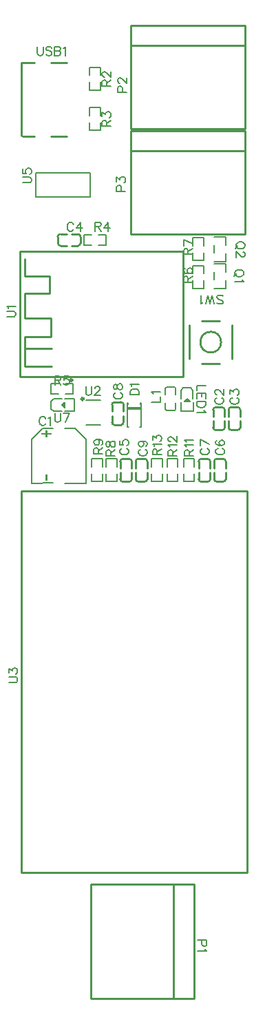
<source format=gto>
G04 Layer: TopSilkscreenLayer*
G04 EasyEDA v6.5.47, 2024-12-16 18:16:38*
G04 268b8e850bac467aae997c2779a4d6d9,381f0eae51a44e099b53e3fe18832c3b,10*
G04 Gerber Generator version 0.2*
G04 Scale: 100 percent, Rotated: No, Reflected: No *
G04 Dimensions in millimeters *
G04 leading zeros omitted , absolute positions ,4 integer and 5 decimal *
%FSLAX45Y45*%
%MOMM*%

%ADD10C,0.1524*%
%ADD11C,0.2540*%
%ADD12C,0.1520*%
%ADD13C,0.1500*%
%ADD14C,0.1520*%
%ADD15C,0.3000*%
%ADD16C,0.0130*%

%LPD*%
D10*
X1017778Y7239508D02*
G01*
X1012444Y7249921D01*
X1002029Y7260336D01*
X991870Y7265415D01*
X971042Y7265415D01*
X960628Y7260336D01*
X950213Y7249921D01*
X944879Y7239508D01*
X939800Y7223760D01*
X939800Y7197852D01*
X944879Y7182358D01*
X950213Y7171944D01*
X960628Y7161529D01*
X971042Y7156450D01*
X991870Y7156450D01*
X1002029Y7161529D01*
X1012444Y7171944D01*
X1017778Y7182358D01*
X1052068Y7244587D02*
G01*
X1062481Y7249921D01*
X1077976Y7265415D01*
X1077976Y7156450D01*
X3123691Y7494778D02*
G01*
X3113277Y7489444D01*
X3102863Y7479029D01*
X3097784Y7468870D01*
X3097784Y7448042D01*
X3102863Y7437628D01*
X3113277Y7427213D01*
X3123691Y7421879D01*
X3139440Y7416800D01*
X3165347Y7416800D01*
X3180841Y7421879D01*
X3191256Y7427213D01*
X3201670Y7437628D01*
X3206750Y7448042D01*
X3206750Y7468870D01*
X3201670Y7479029D01*
X3191256Y7489444D01*
X3180841Y7494778D01*
X3123691Y7534147D02*
G01*
X3118611Y7534147D01*
X3108197Y7539481D01*
X3102863Y7544562D01*
X3097784Y7554976D01*
X3097784Y7575804D01*
X3102863Y7586218D01*
X3108197Y7591297D01*
X3118611Y7596631D01*
X3129025Y7596631D01*
X3139440Y7591297D01*
X3154934Y7580884D01*
X3206750Y7529068D01*
X3206750Y7601712D01*
X3314191Y7494778D02*
G01*
X3303777Y7489444D01*
X3293363Y7479029D01*
X3288284Y7468870D01*
X3288284Y7448042D01*
X3293363Y7437628D01*
X3303777Y7427213D01*
X3314191Y7421879D01*
X3329940Y7416800D01*
X3355847Y7416800D01*
X3371341Y7421879D01*
X3381756Y7427213D01*
X3392170Y7437628D01*
X3397250Y7448042D01*
X3397250Y7468870D01*
X3392170Y7479029D01*
X3381756Y7489444D01*
X3371341Y7494778D01*
X3288284Y7539481D02*
G01*
X3288284Y7596631D01*
X3329940Y7565389D01*
X3329940Y7580884D01*
X3335020Y7591297D01*
X3340100Y7596631D01*
X3355847Y7601712D01*
X3366261Y7601712D01*
X3381756Y7596631D01*
X3392170Y7586218D01*
X3397250Y7570470D01*
X3397250Y7554976D01*
X3392170Y7539481D01*
X3387090Y7534147D01*
X3376675Y7529068D01*
X1360678Y9627108D02*
G01*
X1355344Y9637521D01*
X1344929Y9647936D01*
X1334770Y9653015D01*
X1313942Y9653015D01*
X1303528Y9647936D01*
X1293113Y9637521D01*
X1287779Y9627108D01*
X1282700Y9611360D01*
X1282700Y9585452D01*
X1287779Y9569958D01*
X1293113Y9559544D01*
X1303528Y9549129D01*
X1313942Y9544050D01*
X1334770Y9544050D01*
X1344929Y9549129D01*
X1355344Y9559544D01*
X1360678Y9569958D01*
X1446784Y9653015D02*
G01*
X1394968Y9580371D01*
X1472945Y9580371D01*
X1446784Y9653015D02*
G01*
X1446784Y9544050D01*
X1955291Y6872478D02*
G01*
X1944877Y6867144D01*
X1934463Y6856729D01*
X1929384Y6846570D01*
X1929384Y6825742D01*
X1934463Y6815328D01*
X1944877Y6804913D01*
X1955291Y6799579D01*
X1971040Y6794500D01*
X1996947Y6794500D01*
X2012441Y6799579D01*
X2022856Y6804913D01*
X2033270Y6815328D01*
X2038350Y6825742D01*
X2038350Y6846570D01*
X2033270Y6856729D01*
X2022856Y6867144D01*
X2012441Y6872478D01*
X1929384Y6968997D02*
G01*
X1929384Y6917181D01*
X1976120Y6911847D01*
X1971040Y6917181D01*
X1965706Y6932676D01*
X1965706Y6948170D01*
X1971040Y6963918D01*
X1981200Y6974331D01*
X1996947Y6979412D01*
X2007361Y6979412D01*
X2022856Y6974331D01*
X2033270Y6963918D01*
X2038350Y6948170D01*
X2038350Y6932676D01*
X2033270Y6917181D01*
X2028190Y6911847D01*
X2017775Y6906768D01*
X3136391Y6872478D02*
G01*
X3125977Y6867144D01*
X3115563Y6856729D01*
X3110484Y6846570D01*
X3110484Y6825742D01*
X3115563Y6815328D01*
X3125977Y6804913D01*
X3136391Y6799579D01*
X3152140Y6794500D01*
X3178047Y6794500D01*
X3193541Y6799579D01*
X3203956Y6804913D01*
X3214370Y6815328D01*
X3219450Y6825742D01*
X3219450Y6846570D01*
X3214370Y6856729D01*
X3203956Y6867144D01*
X3193541Y6872478D01*
X3125977Y6968997D02*
G01*
X3115563Y6963918D01*
X3110484Y6948170D01*
X3110484Y6938010D01*
X3115563Y6922262D01*
X3131311Y6911847D01*
X3157220Y6906768D01*
X3183127Y6906768D01*
X3203956Y6911847D01*
X3214370Y6922262D01*
X3219450Y6938010D01*
X3219450Y6943089D01*
X3214370Y6958584D01*
X3203956Y6968997D01*
X3188461Y6974331D01*
X3183127Y6974331D01*
X3167634Y6968997D01*
X3157220Y6958584D01*
X3152140Y6943089D01*
X3152140Y6938010D01*
X3157220Y6922262D01*
X3167634Y6911847D01*
X3183127Y6906768D01*
X2945891Y6872478D02*
G01*
X2935477Y6867144D01*
X2925063Y6856729D01*
X2919984Y6846570D01*
X2919984Y6825742D01*
X2925063Y6815328D01*
X2935477Y6804913D01*
X2945891Y6799579D01*
X2961640Y6794500D01*
X2987547Y6794500D01*
X3003041Y6799579D01*
X3013456Y6804913D01*
X3023870Y6815328D01*
X3028950Y6825742D01*
X3028950Y6846570D01*
X3023870Y6856729D01*
X3013456Y6867144D01*
X3003041Y6872478D01*
X2919984Y6979412D02*
G01*
X3028950Y6927595D01*
X2919984Y6906768D02*
G01*
X2919984Y6979412D01*
X1879092Y7558278D02*
G01*
X1868678Y7552944D01*
X1858263Y7542529D01*
X1853184Y7532370D01*
X1853184Y7511542D01*
X1858263Y7501128D01*
X1868678Y7490713D01*
X1879092Y7485379D01*
X1894839Y7480300D01*
X1920747Y7480300D01*
X1936241Y7485379D01*
X1946656Y7490713D01*
X1957070Y7501128D01*
X1962150Y7511542D01*
X1962150Y7532370D01*
X1957070Y7542529D01*
X1946656Y7552944D01*
X1936241Y7558278D01*
X1853184Y7618476D02*
G01*
X1858263Y7602981D01*
X1868678Y7597647D01*
X1879092Y7597647D01*
X1889505Y7602981D01*
X1894839Y7613395D01*
X1899920Y7633970D01*
X1905000Y7649718D01*
X1915413Y7660131D01*
X1925828Y7665212D01*
X1941575Y7665212D01*
X1951990Y7660131D01*
X1957070Y7654797D01*
X1962150Y7639304D01*
X1962150Y7618476D01*
X1957070Y7602981D01*
X1951990Y7597647D01*
X1941575Y7592568D01*
X1925828Y7592568D01*
X1915413Y7597647D01*
X1905000Y7608062D01*
X1899920Y7623810D01*
X1894839Y7644384D01*
X1889505Y7654797D01*
X1879092Y7660131D01*
X1868678Y7660131D01*
X1858263Y7654797D01*
X1853184Y7639304D01*
X1853184Y7618476D01*
X2183891Y6859778D02*
G01*
X2173477Y6854444D01*
X2163063Y6844029D01*
X2157984Y6833870D01*
X2157984Y6813042D01*
X2163063Y6802628D01*
X2173477Y6792213D01*
X2183891Y6786879D01*
X2199640Y6781800D01*
X2225547Y6781800D01*
X2241041Y6786879D01*
X2251456Y6792213D01*
X2261870Y6802628D01*
X2266950Y6813042D01*
X2266950Y6833870D01*
X2261870Y6844029D01*
X2251456Y6854444D01*
X2241041Y6859778D01*
X2194306Y6961631D02*
G01*
X2209800Y6956297D01*
X2220213Y6945884D01*
X2225547Y6930389D01*
X2225547Y6925310D01*
X2220213Y6909562D01*
X2209800Y6899147D01*
X2194306Y6894068D01*
X2189225Y6894068D01*
X2173477Y6899147D01*
X2163063Y6909562D01*
X2157984Y6925310D01*
X2157984Y6930389D01*
X2163063Y6945884D01*
X2173477Y6956297D01*
X2194306Y6961631D01*
X2220213Y6961631D01*
X2246375Y6956297D01*
X2261870Y6945884D01*
X2266950Y6930389D01*
X2266950Y6919976D01*
X2261870Y6904481D01*
X2251456Y6899147D01*
X2056384Y7531100D02*
G01*
X2165350Y7531100D01*
X2056384Y7531100D02*
G01*
X2056384Y7567421D01*
X2061463Y7583170D01*
X2071877Y7593329D01*
X2082291Y7598663D01*
X2098040Y7603744D01*
X2123947Y7603744D01*
X2139441Y7598663D01*
X2149856Y7593329D01*
X2160270Y7583170D01*
X2165350Y7567421D01*
X2165350Y7531100D01*
X2077211Y7638034D02*
G01*
X2071877Y7648447D01*
X2056384Y7664195D01*
X2165350Y7664195D01*
X2998215Y825500D02*
G01*
X2889250Y825500D01*
X2998215Y825500D02*
G01*
X2998215Y778763D01*
X2993136Y763270D01*
X2987802Y757936D01*
X2977388Y752855D01*
X2961893Y752855D01*
X2951479Y757936D01*
X2946400Y763270D01*
X2941065Y778763D01*
X2941065Y825500D01*
X2977388Y718565D02*
G01*
X2982722Y708152D01*
X2998215Y692404D01*
X2889250Y692404D01*
X1903984Y11252200D02*
G01*
X2012950Y11252200D01*
X1903984Y11252200D02*
G01*
X1903984Y11298936D01*
X1909063Y11314429D01*
X1914397Y11319763D01*
X1924812Y11324844D01*
X1940306Y11324844D01*
X1950720Y11319763D01*
X1955800Y11314429D01*
X1961134Y11298936D01*
X1961134Y11252200D01*
X1929892Y11364468D02*
G01*
X1924812Y11364468D01*
X1914397Y11369547D01*
X1909063Y11374881D01*
X1903984Y11385295D01*
X1903984Y11405870D01*
X1909063Y11416284D01*
X1914397Y11421618D01*
X1924812Y11426697D01*
X1935225Y11426697D01*
X1945640Y11421618D01*
X1961134Y11411204D01*
X2012950Y11359134D01*
X2012950Y11432031D01*
X1891284Y10033000D02*
G01*
X2000250Y10033000D01*
X1891284Y10033000D02*
G01*
X1891284Y10079736D01*
X1896363Y10095229D01*
X1901697Y10100563D01*
X1912112Y10105644D01*
X1927605Y10105644D01*
X1938020Y10100563D01*
X1943100Y10095229D01*
X1948434Y10079736D01*
X1948434Y10033000D01*
X1891284Y10150347D02*
G01*
X1891284Y10207497D01*
X1932940Y10176510D01*
X1932940Y10192004D01*
X1938020Y10202418D01*
X1943100Y10207497D01*
X1958847Y10212831D01*
X1969261Y10212831D01*
X1984756Y10207497D01*
X1995170Y10197084D01*
X2000250Y10181589D01*
X2000250Y10166095D01*
X1995170Y10150347D01*
X1990090Y10145268D01*
X1979675Y10139934D01*
X3455415Y9036558D02*
G01*
X3450336Y9046971D01*
X3439922Y9057386D01*
X3429508Y9062720D01*
X3413759Y9067800D01*
X3387852Y9067800D01*
X3372358Y9062720D01*
X3361943Y9057386D01*
X3351529Y9046971D01*
X3346450Y9036558D01*
X3346450Y9015729D01*
X3351529Y9005570D01*
X3361943Y8995155D01*
X3372358Y8989821D01*
X3387852Y8984742D01*
X3413759Y8984742D01*
X3429508Y8989821D01*
X3439922Y8995155D01*
X3450336Y9005570D01*
X3455415Y9015729D01*
X3455415Y9036558D01*
X3367024Y9021063D02*
G01*
X3336036Y8989821D01*
X3434588Y8950452D02*
G01*
X3439922Y8940037D01*
X3455415Y8924289D01*
X3346450Y8924289D01*
X3468115Y9379458D02*
G01*
X3463036Y9389871D01*
X3452622Y9400286D01*
X3442208Y9405620D01*
X3426459Y9410700D01*
X3400552Y9410700D01*
X3385058Y9405620D01*
X3374643Y9400286D01*
X3364229Y9389871D01*
X3359150Y9379458D01*
X3359150Y9358629D01*
X3364229Y9348470D01*
X3374643Y9338055D01*
X3385058Y9332721D01*
X3400552Y9327642D01*
X3426459Y9327642D01*
X3442208Y9332721D01*
X3452622Y9338055D01*
X3463036Y9348470D01*
X3468115Y9358629D01*
X3468115Y9379458D01*
X3379724Y9363963D02*
G01*
X3348736Y9332721D01*
X3442208Y9288018D02*
G01*
X3447288Y9288018D01*
X3457702Y9282937D01*
X3463036Y9277604D01*
X3468115Y9267189D01*
X3468115Y9246615D01*
X3463036Y9236202D01*
X3457702Y9230868D01*
X3447288Y9225787D01*
X3436874Y9225787D01*
X3426459Y9230868D01*
X3410965Y9241281D01*
X3359150Y9293352D01*
X3359150Y9220454D01*
X3127756Y8663178D02*
G01*
X3138170Y8652763D01*
X3153663Y8647684D01*
X3174491Y8647684D01*
X3189986Y8652763D01*
X3200400Y8663178D01*
X3200400Y8673592D01*
X3195320Y8684005D01*
X3189986Y8689339D01*
X3179572Y8694420D01*
X3148329Y8704834D01*
X3138170Y8709913D01*
X3132836Y8715247D01*
X3127756Y8725662D01*
X3127756Y8741155D01*
X3138170Y8751570D01*
X3153663Y8756650D01*
X3174491Y8756650D01*
X3189986Y8751570D01*
X3200400Y8741155D01*
X3093465Y8647684D02*
G01*
X3067304Y8756650D01*
X3041395Y8647684D02*
G01*
X3067304Y8756650D01*
X3041395Y8647684D02*
G01*
X3015488Y8756650D01*
X2989579Y8647684D02*
G01*
X3015488Y8756650D01*
X2955290Y8668512D02*
G01*
X2944875Y8663178D01*
X2929127Y8647684D01*
X2929127Y8756650D01*
X538784Y8488095D02*
G01*
X616762Y8488095D01*
X632256Y8493175D01*
X642670Y8503589D01*
X647750Y8519337D01*
X647750Y8529751D01*
X642670Y8545245D01*
X632256Y8555659D01*
X616762Y8560739D01*
X538784Y8560739D01*
X559612Y8595029D02*
G01*
X554278Y8605443D01*
X538784Y8621191D01*
X647750Y8621191D01*
X1511300Y7633715D02*
G01*
X1511300Y7555737D01*
X1516379Y7540244D01*
X1526794Y7529829D01*
X1542542Y7524750D01*
X1552955Y7524750D01*
X1568450Y7529829D01*
X1578863Y7540244D01*
X1583944Y7555737D01*
X1583944Y7633715D01*
X1623568Y7607808D02*
G01*
X1623568Y7612887D01*
X1628647Y7623302D01*
X1633981Y7628636D01*
X1644395Y7633715D01*
X1664970Y7633715D01*
X1675384Y7628636D01*
X1680718Y7623302D01*
X1685797Y7612887D01*
X1685797Y7602473D01*
X1680718Y7592060D01*
X1670304Y7576565D01*
X1618234Y7524750D01*
X1691131Y7524750D01*
X563473Y3992308D02*
G01*
X641451Y3992308D01*
X656945Y3997388D01*
X667359Y4007802D01*
X672439Y4023550D01*
X672439Y4033964D01*
X667359Y4049458D01*
X656945Y4059872D01*
X641451Y4064952D01*
X563473Y4064952D01*
X563473Y4109656D02*
G01*
X563473Y4166806D01*
X605129Y4135818D01*
X605129Y4151312D01*
X610209Y4161726D01*
X615289Y4166806D01*
X631037Y4172140D01*
X641451Y4172140D01*
X656945Y4166806D01*
X667359Y4156392D01*
X672439Y4140898D01*
X672439Y4125404D01*
X667359Y4109656D01*
X662279Y4104576D01*
X651865Y4099242D01*
X735584Y10137297D02*
G01*
X813562Y10137297D01*
X829055Y10142377D01*
X839470Y10152791D01*
X844550Y10168539D01*
X844550Y10178953D01*
X839470Y10194447D01*
X829055Y10204861D01*
X813562Y10209941D01*
X735584Y10209941D01*
X735584Y10306715D02*
G01*
X735584Y10254645D01*
X782320Y10249565D01*
X777239Y10254645D01*
X771905Y10270393D01*
X771905Y10285887D01*
X777239Y10301381D01*
X787400Y10311795D01*
X803147Y10317129D01*
X813562Y10317129D01*
X829055Y10311795D01*
X839470Y10301381D01*
X844550Y10285887D01*
X844550Y10270393D01*
X839470Y10254645D01*
X834389Y10249565D01*
X823976Y10244231D01*
X1130300Y7303515D02*
G01*
X1130300Y7225537D01*
X1135379Y7210044D01*
X1145794Y7199629D01*
X1161542Y7194550D01*
X1171955Y7194550D01*
X1187450Y7199629D01*
X1197863Y7210044D01*
X1202944Y7225537D01*
X1202944Y7303515D01*
X1310131Y7303515D02*
G01*
X1258062Y7194550D01*
X1237234Y7303515D02*
G01*
X1310131Y7303515D01*
X914400Y11812015D02*
G01*
X914400Y11734037D01*
X919479Y11718544D01*
X929894Y11708129D01*
X945642Y11703050D01*
X956055Y11703050D01*
X971550Y11708129D01*
X981963Y11718544D01*
X987044Y11734037D01*
X987044Y11812015D01*
X1094231Y11796521D02*
G01*
X1083818Y11806936D01*
X1068070Y11812015D01*
X1047495Y11812015D01*
X1031747Y11806936D01*
X1021334Y11796521D01*
X1021334Y11786108D01*
X1026668Y11775694D01*
X1031747Y11770360D01*
X1042162Y11765279D01*
X1073404Y11754865D01*
X1083818Y11749786D01*
X1088897Y11744452D01*
X1094231Y11734037D01*
X1094231Y11718544D01*
X1083818Y11708129D01*
X1068070Y11703050D01*
X1047495Y11703050D01*
X1031747Y11708129D01*
X1021334Y11718544D01*
X1128521Y11812015D02*
G01*
X1128521Y11703050D01*
X1128521Y11812015D02*
G01*
X1175257Y11812015D01*
X1190752Y11806936D01*
X1196086Y11801602D01*
X1201165Y11791187D01*
X1201165Y11780774D01*
X1196086Y11770360D01*
X1190752Y11765279D01*
X1175257Y11760200D01*
X1128521Y11760200D02*
G01*
X1175257Y11760200D01*
X1190752Y11754865D01*
X1196086Y11749786D01*
X1201165Y11739371D01*
X1201165Y11723624D01*
X1196086Y11713210D01*
X1190752Y11708129D01*
X1175257Y11703050D01*
X1128521Y11703050D01*
X1235455Y11791187D02*
G01*
X1245870Y11796521D01*
X1261363Y11812015D01*
X1261363Y11703050D01*
X2323084Y7442200D02*
G01*
X2432050Y7442200D01*
X2432050Y7442200D02*
G01*
X2432050Y7504429D01*
X2343911Y7538720D02*
G01*
X2338577Y7549134D01*
X2323084Y7564881D01*
X2432050Y7564881D01*
X2985515Y7645400D02*
G01*
X2876550Y7645400D01*
X2876550Y7645400D02*
G01*
X2876550Y7583170D01*
X2985515Y7548879D02*
G01*
X2876550Y7548879D01*
X2985515Y7548879D02*
G01*
X2985515Y7481315D01*
X2933700Y7548879D02*
G01*
X2933700Y7507223D01*
X2876550Y7548879D02*
G01*
X2876550Y7481315D01*
X2985515Y7447026D02*
G01*
X2876550Y7447026D01*
X2985515Y7447026D02*
G01*
X2985515Y7410450D01*
X2980436Y7394955D01*
X2970022Y7384542D01*
X2959608Y7379462D01*
X2943859Y7374128D01*
X2917952Y7374128D01*
X2902458Y7379462D01*
X2892043Y7384542D01*
X2881629Y7394955D01*
X2876550Y7410450D01*
X2876550Y7447026D01*
X2964688Y7339837D02*
G01*
X2970022Y7329423D01*
X2985515Y7313929D01*
X2876550Y7313929D01*
X1713484Y11328400D02*
G01*
X1822450Y11328400D01*
X1713484Y11328400D02*
G01*
X1713484Y11375136D01*
X1718563Y11390629D01*
X1723897Y11395963D01*
X1734312Y11401044D01*
X1744726Y11401044D01*
X1755139Y11395963D01*
X1760220Y11390629D01*
X1765300Y11375136D01*
X1765300Y11328400D01*
X1765300Y11364721D02*
G01*
X1822450Y11401044D01*
X1739392Y11440668D02*
G01*
X1734312Y11440668D01*
X1723897Y11445747D01*
X1718563Y11451081D01*
X1713484Y11461495D01*
X1713484Y11482070D01*
X1718563Y11492484D01*
X1723897Y11497818D01*
X1734312Y11502897D01*
X1744726Y11502897D01*
X1755139Y11497818D01*
X1770634Y11487404D01*
X1822450Y11435334D01*
X1822450Y11508231D01*
X1713484Y10833100D02*
G01*
X1822450Y10833100D01*
X1713484Y10833100D02*
G01*
X1713484Y10879836D01*
X1718563Y10895329D01*
X1723897Y10900663D01*
X1734312Y10905744D01*
X1744726Y10905744D01*
X1755139Y10900663D01*
X1760220Y10895329D01*
X1765300Y10879836D01*
X1765300Y10833100D01*
X1765300Y10869421D02*
G01*
X1822450Y10905744D01*
X1713484Y10950447D02*
G01*
X1713484Y11007597D01*
X1755139Y10976610D01*
X1755139Y10992104D01*
X1760220Y11002518D01*
X1765300Y11007597D01*
X1781047Y11012931D01*
X1791462Y11012931D01*
X1806955Y11007597D01*
X1817370Y10997184D01*
X1822450Y10981689D01*
X1822450Y10966195D01*
X1817370Y10950447D01*
X1812289Y10945368D01*
X1801876Y10940034D01*
X1625600Y9653015D02*
G01*
X1625600Y9544050D01*
X1625600Y9653015D02*
G01*
X1672336Y9653015D01*
X1687829Y9647936D01*
X1693163Y9642602D01*
X1698244Y9632187D01*
X1698244Y9621774D01*
X1693163Y9611360D01*
X1687829Y9606279D01*
X1672336Y9601200D01*
X1625600Y9601200D01*
X1661921Y9601200D02*
G01*
X1698244Y9544050D01*
X1784604Y9653015D02*
G01*
X1732534Y9580371D01*
X1810512Y9580371D01*
X1784604Y9653015D02*
G01*
X1784604Y9544050D01*
X1130300Y7760715D02*
G01*
X1130300Y7651750D01*
X1130300Y7760715D02*
G01*
X1177036Y7760715D01*
X1192529Y7755636D01*
X1197863Y7750302D01*
X1202944Y7739887D01*
X1202944Y7729473D01*
X1197863Y7719060D01*
X1192529Y7713979D01*
X1177036Y7708900D01*
X1130300Y7708900D01*
X1166621Y7708900D02*
G01*
X1202944Y7651750D01*
X1299718Y7760715D02*
G01*
X1247647Y7760715D01*
X1242568Y7713979D01*
X1247647Y7719060D01*
X1263395Y7724394D01*
X1278889Y7724394D01*
X1294384Y7719060D01*
X1304797Y7708900D01*
X1310131Y7693152D01*
X1310131Y7682737D01*
X1304797Y7667244D01*
X1294384Y7656829D01*
X1278889Y7651750D01*
X1263395Y7651750D01*
X1247647Y7656829D01*
X1242568Y7661910D01*
X1237234Y7672323D01*
X2716784Y8915400D02*
G01*
X2825750Y8915400D01*
X2716784Y8915400D02*
G01*
X2716784Y8962136D01*
X2721863Y8977629D01*
X2727197Y8982963D01*
X2737611Y8988044D01*
X2748025Y8988044D01*
X2758440Y8982963D01*
X2763520Y8977629D01*
X2768600Y8962136D01*
X2768600Y8915400D01*
X2768600Y8951721D02*
G01*
X2825750Y8988044D01*
X2732277Y9084818D02*
G01*
X2721863Y9079484D01*
X2716784Y9063989D01*
X2716784Y9053576D01*
X2721863Y9038081D01*
X2737611Y9027668D01*
X2763520Y9022334D01*
X2789427Y9022334D01*
X2810256Y9027668D01*
X2820670Y9038081D01*
X2825750Y9053576D01*
X2825750Y9058910D01*
X2820670Y9074404D01*
X2810256Y9084818D01*
X2794761Y9089897D01*
X2789427Y9089897D01*
X2773934Y9084818D01*
X2763520Y9074404D01*
X2758440Y9058910D01*
X2758440Y9053576D01*
X2763520Y9038081D01*
X2773934Y9027668D01*
X2789427Y9022334D01*
X2716784Y9258300D02*
G01*
X2825750Y9258300D01*
X2716784Y9258300D02*
G01*
X2716784Y9305036D01*
X2721863Y9320529D01*
X2727197Y9325863D01*
X2737611Y9330944D01*
X2748025Y9330944D01*
X2758440Y9325863D01*
X2763520Y9320529D01*
X2768600Y9305036D01*
X2768600Y9258300D01*
X2768600Y9294621D02*
G01*
X2825750Y9330944D01*
X2716784Y9438131D02*
G01*
X2825750Y9386062D01*
X2716784Y9365234D02*
G01*
X2716784Y9438131D01*
X1764284Y6781800D02*
G01*
X1873250Y6781800D01*
X1764284Y6781800D02*
G01*
X1764284Y6828536D01*
X1769363Y6844029D01*
X1774697Y6849363D01*
X1785112Y6854444D01*
X1795526Y6854444D01*
X1805939Y6849363D01*
X1811020Y6844029D01*
X1816100Y6828536D01*
X1816100Y6781800D01*
X1816100Y6818121D02*
G01*
X1873250Y6854444D01*
X1764284Y6914895D02*
G01*
X1769363Y6899147D01*
X1779778Y6894068D01*
X1790192Y6894068D01*
X1800605Y6899147D01*
X1805939Y6909562D01*
X1811020Y6930389D01*
X1816100Y6945884D01*
X1826513Y6956297D01*
X1836928Y6961631D01*
X1852676Y6961631D01*
X1863089Y6956297D01*
X1868170Y6951218D01*
X1873250Y6935470D01*
X1873250Y6914895D01*
X1868170Y6899147D01*
X1863089Y6894068D01*
X1852676Y6888734D01*
X1836928Y6888734D01*
X1826513Y6894068D01*
X1816100Y6904481D01*
X1811020Y6919976D01*
X1805939Y6940804D01*
X1800605Y6951218D01*
X1790192Y6956297D01*
X1779778Y6956297D01*
X1769363Y6951218D01*
X1764284Y6935470D01*
X1764284Y6914895D01*
X1611884Y6807200D02*
G01*
X1720850Y6807200D01*
X1611884Y6807200D02*
G01*
X1611884Y6853936D01*
X1616963Y6869429D01*
X1622297Y6874763D01*
X1632712Y6879844D01*
X1643126Y6879844D01*
X1653539Y6874763D01*
X1658620Y6869429D01*
X1663700Y6853936D01*
X1663700Y6807200D01*
X1663700Y6843521D02*
G01*
X1720850Y6879844D01*
X1648205Y6981697D02*
G01*
X1663700Y6976618D01*
X1674113Y6966204D01*
X1679447Y6950710D01*
X1679447Y6945376D01*
X1674113Y6929881D01*
X1663700Y6919468D01*
X1648205Y6914134D01*
X1643126Y6914134D01*
X1627378Y6919468D01*
X1616963Y6929881D01*
X1611884Y6945376D01*
X1611884Y6950710D01*
X1616963Y6966204D01*
X1627378Y6976618D01*
X1648205Y6981697D01*
X1674113Y6981697D01*
X1700276Y6976618D01*
X1715770Y6966204D01*
X1720850Y6950710D01*
X1720850Y6940295D01*
X1715770Y6924547D01*
X1705355Y6919468D01*
X2729484Y6781800D02*
G01*
X2838450Y6781800D01*
X2729484Y6781800D02*
G01*
X2729484Y6828536D01*
X2734563Y6844029D01*
X2739897Y6849363D01*
X2750311Y6854444D01*
X2760725Y6854444D01*
X2771140Y6849363D01*
X2776220Y6844029D01*
X2781300Y6828536D01*
X2781300Y6781800D01*
X2781300Y6818121D02*
G01*
X2838450Y6854444D01*
X2750311Y6888734D02*
G01*
X2744977Y6899147D01*
X2729484Y6914895D01*
X2838450Y6914895D01*
X2750311Y6949186D02*
G01*
X2744977Y6959600D01*
X2729484Y6975094D01*
X2838450Y6975094D01*
X2526284Y6781800D02*
G01*
X2635250Y6781800D01*
X2526284Y6781800D02*
G01*
X2526284Y6828536D01*
X2531363Y6844029D01*
X2536697Y6849363D01*
X2547111Y6854444D01*
X2557525Y6854444D01*
X2567940Y6849363D01*
X2573020Y6844029D01*
X2578100Y6828536D01*
X2578100Y6781800D01*
X2578100Y6818121D02*
G01*
X2635250Y6854444D01*
X2547111Y6888734D02*
G01*
X2541777Y6899147D01*
X2526284Y6914895D01*
X2635250Y6914895D01*
X2552191Y6954265D02*
G01*
X2547111Y6954265D01*
X2536697Y6959600D01*
X2531363Y6964679D01*
X2526284Y6975094D01*
X2526284Y6995921D01*
X2531363Y7006336D01*
X2536697Y7011415D01*
X2547111Y7016750D01*
X2557525Y7016750D01*
X2567940Y7011415D01*
X2583434Y7001002D01*
X2635250Y6949186D01*
X2635250Y7021829D01*
X2335784Y6794500D02*
G01*
X2444750Y6794500D01*
X2335784Y6794500D02*
G01*
X2335784Y6841236D01*
X2340863Y6856729D01*
X2346197Y6862063D01*
X2356611Y6867144D01*
X2367025Y6867144D01*
X2377440Y6862063D01*
X2382520Y6856729D01*
X2387600Y6841236D01*
X2387600Y6794500D01*
X2387600Y6830821D02*
G01*
X2444750Y6867144D01*
X2356611Y6901434D02*
G01*
X2351277Y6911847D01*
X2335784Y6927595D01*
X2444750Y6927595D01*
X2335784Y6972300D02*
G01*
X2335784Y7029450D01*
X2377440Y6998208D01*
X2377440Y7013702D01*
X2382520Y7024115D01*
X2387600Y7029450D01*
X2403347Y7034529D01*
X2413761Y7034529D01*
X2429256Y7029450D01*
X2439670Y7019036D01*
X2444750Y7003287D01*
X2444750Y6987794D01*
X2439670Y6972300D01*
X2434590Y6966965D01*
X2424175Y6961886D01*
G36*
X1019403Y6550812D02*
G01*
X1019403Y6471615D01*
X1039215Y6471615D01*
X1039215Y6550812D01*
G37*
G36*
X1019403Y7091984D02*
G01*
X1019403Y7012787D01*
X1039215Y7012787D01*
X1039215Y7091984D01*
G37*
G36*
X963320Y7062317D02*
G01*
X963320Y7042505D01*
X1095298Y7042505D01*
X1095298Y7062317D01*
G37*
X1107173Y6446238D02*
G01*
X843534Y6444234D01*
X843534Y6979920D01*
X982979Y7119365D01*
X1112520Y7118029D01*
X1251869Y6444851D02*
G01*
X1518716Y6444183D01*
X1518716Y6979803D01*
X1379103Y7119416D01*
X1249679Y7119416D01*
D11*
X3109622Y7378001D02*
G01*
X3189625Y7378001D01*
X3078637Y7267026D02*
G01*
X3078637Y7347023D01*
X3220603Y7267026D02*
G01*
X3220603Y7347023D01*
X3078055Y7209436D02*
G01*
X3078055Y7129437D01*
X3109038Y7098454D02*
G01*
X3189036Y7098454D01*
X3220016Y7209436D02*
G01*
X3220016Y7129437D01*
X3300122Y7378001D02*
G01*
X3380125Y7378001D01*
X3269137Y7267026D02*
G01*
X3269137Y7347023D01*
X3411103Y7267026D02*
G01*
X3411103Y7347023D01*
X3268555Y7209436D02*
G01*
X3268555Y7129437D01*
X3299538Y7098454D02*
G01*
X3379536Y7098454D01*
X3410516Y7209436D02*
G01*
X3410516Y7129437D01*
X1447101Y9476077D02*
G01*
X1447101Y9396074D01*
X1336126Y9507062D02*
G01*
X1416123Y9507062D01*
X1336126Y9365096D02*
G01*
X1416123Y9365096D01*
X1278536Y9507644D02*
G01*
X1198537Y9507644D01*
X1167554Y9476661D02*
G01*
X1167554Y9396663D01*
X1278536Y9365683D02*
G01*
X1198537Y9365683D01*
X1966622Y6743001D02*
G01*
X2046625Y6743001D01*
X1935637Y6632026D02*
G01*
X1935637Y6712023D01*
X2077603Y6632026D02*
G01*
X2077603Y6712023D01*
X1935055Y6574436D02*
G01*
X1935055Y6494437D01*
X1966038Y6463454D02*
G01*
X2046036Y6463454D01*
X2077016Y6574436D02*
G01*
X2077016Y6494437D01*
X3122322Y6743001D02*
G01*
X3202325Y6743001D01*
X3091337Y6632026D02*
G01*
X3091337Y6712023D01*
X3233303Y6632026D02*
G01*
X3233303Y6712023D01*
X3090755Y6574436D02*
G01*
X3090755Y6494437D01*
X3121738Y6463454D02*
G01*
X3201736Y6463454D01*
X3232716Y6574436D02*
G01*
X3232716Y6494437D01*
X2931822Y6743001D02*
G01*
X3011825Y6743001D01*
X2900837Y6632026D02*
G01*
X2900837Y6712023D01*
X3042803Y6632026D02*
G01*
X3042803Y6712023D01*
X2900255Y6574436D02*
G01*
X2900255Y6494437D01*
X2931238Y6463454D02*
G01*
X3011236Y6463454D01*
X3042216Y6574436D02*
G01*
X3042216Y6494437D01*
X1865022Y7441501D02*
G01*
X1945025Y7441501D01*
X1834037Y7330526D02*
G01*
X1834037Y7410523D01*
X1976003Y7330526D02*
G01*
X1976003Y7410523D01*
X1833455Y7272936D02*
G01*
X1833455Y7192937D01*
X1864438Y7161954D02*
G01*
X1944436Y7161954D01*
X1975416Y7272936D02*
G01*
X1975416Y7192937D01*
X2157122Y6743001D02*
G01*
X2237125Y6743001D01*
X2126137Y6632026D02*
G01*
X2126137Y6712023D01*
X2268103Y6632026D02*
G01*
X2268103Y6712023D01*
X2125555Y6574436D02*
G01*
X2125555Y6494437D01*
X2156538Y6463454D02*
G01*
X2236536Y6463454D01*
X2267516Y6574436D02*
G01*
X2267516Y6494437D01*
D12*
X2032685Y7435100D02*
G01*
X2032685Y7417716D01*
X2183714Y7435100D02*
G01*
X2183714Y7417716D01*
X2183714Y7435100D02*
G01*
X2194819Y7435100D01*
X2194819Y7417716D01*
X2021580Y7417716D02*
G01*
X2021580Y7435100D01*
X2032685Y7435100D01*
X2032685Y7417716D02*
G01*
X2021580Y7417716D01*
X2194819Y7417716D02*
G01*
X2183714Y7417716D01*
X2194819Y7359812D02*
G01*
X2021580Y7359812D01*
D10*
X2194819Y7374100D02*
G01*
X2021580Y7374100D01*
X2194819Y7417716D02*
G01*
X2194819Y7136483D01*
X2194819Y7136483D02*
G01*
X2178019Y7136483D01*
X2021580Y7417716D02*
G01*
X2021580Y7136483D01*
X2021580Y7136483D02*
G01*
X2038380Y7136483D01*
D11*
X2841802Y107800D02*
G01*
X2841802Y1517799D01*
X2589809Y107800D02*
G01*
X2841802Y107800D01*
X2590800Y107800D02*
G01*
X1574800Y107800D01*
X1572793Y107800D02*
G01*
X1572793Y1517799D01*
X2589809Y107800D02*
G01*
X2589809Y1517799D01*
X2842793Y1517799D02*
G01*
X1572793Y1517799D01*
X3473599Y12074702D02*
G01*
X2063600Y12074702D01*
X3473599Y11822709D02*
G01*
X3473599Y12074702D01*
X3473599Y11823700D02*
G01*
X3473599Y10807700D01*
X3473599Y10805693D02*
G01*
X2063600Y10805693D01*
X3473599Y11822709D02*
G01*
X2063600Y11822709D01*
X2063600Y12075693D02*
G01*
X2063600Y10805693D01*
X3473599Y10779302D02*
G01*
X2063600Y10779302D01*
X3473599Y10527309D02*
G01*
X3473599Y10779302D01*
X3473599Y10528300D02*
G01*
X3473599Y9512300D01*
X3473599Y9510293D02*
G01*
X2063600Y9510293D01*
X3473599Y10527309D02*
G01*
X2063600Y10527309D01*
X2063600Y10780293D02*
G01*
X2063600Y9510293D01*
D10*
X3089678Y8838979D02*
G01*
X3234921Y8838979D01*
X3234921Y8942141D01*
X3089678Y9144220D02*
G01*
X3234921Y9144220D01*
X3234921Y9041058D01*
X3089678Y8946060D02*
G01*
X3089678Y9037139D01*
X3089678Y9169179D02*
G01*
X3234921Y9169179D01*
X3234921Y9272341D01*
X3089678Y9474420D02*
G01*
X3234921Y9474420D01*
X3234921Y9371258D01*
X3089678Y9276260D02*
G01*
X3089678Y9367339D01*
D11*
X2788003Y8387471D02*
G01*
X2788003Y7970138D01*
X3154888Y8438804D02*
G01*
X2941114Y8438804D01*
X3308002Y7970133D02*
G01*
X3308002Y8387478D01*
X2941114Y7918805D02*
G01*
X3154888Y7918805D01*
X760453Y8101467D02*
G01*
X1090399Y8101467D01*
X1090399Y7881691D02*
G01*
X760453Y7881691D01*
X760453Y8241609D01*
X1080239Y8241609D01*
X1080239Y8471479D01*
X760453Y8471479D01*
X760453Y8781613D01*
X1070333Y8781613D01*
X1070333Y8991671D01*
X760453Y8991671D01*
X760453Y9201475D01*
X2710400Y9291693D02*
G01*
X700399Y9291693D01*
X700399Y7751691D01*
X2710400Y7751691D01*
X2710400Y9291693D01*
D10*
X1511279Y7161281D02*
G01*
X1689120Y7161281D01*
X1511279Y7469118D02*
G01*
X1689120Y7469118D01*
D11*
X3498189Y1655508D02*
G01*
X3498189Y6345509D01*
X3498189Y1655508D02*
G01*
X718190Y1655508D01*
X718192Y1655508D02*
G01*
X718192Y6345509D01*
X718192Y6345509D02*
G01*
X3498189Y6345509D01*
D10*
X1564520Y9964757D02*
G01*
X899279Y9964757D01*
X899279Y10259037D01*
X1564520Y10259037D01*
X1564520Y9964757D01*
D13*
X1253942Y7371748D02*
G01*
X1252946Y7371748D01*
X1219941Y7404752D01*
X1253942Y7439751D02*
G01*
X1253942Y7438753D01*
X1219941Y7404752D01*
X1253942Y7439751D02*
G01*
X1253942Y7371748D01*
X1255946Y7479758D02*
G01*
X1370947Y7479758D01*
X1255946Y7329746D02*
G01*
X1370947Y7329746D01*
X1370947Y7479748D02*
G01*
X1370947Y7331755D01*
X1217945Y7329515D02*
G01*
X1112934Y7329515D01*
X1082939Y7369522D02*
G01*
X1082939Y7359520D01*
X1112934Y7329515D01*
X1082939Y7439517D02*
G01*
X1082939Y7369522D01*
X1082939Y7439517D02*
G01*
X1082939Y7449532D01*
X1112934Y7479527D01*
X1217945Y7479527D02*
G01*
X1112934Y7479527D01*
X1253942Y7404752D02*
G01*
X1219941Y7404752D01*
D11*
X1079505Y10706092D02*
G01*
X1278900Y10706092D01*
X736602Y10706092D02*
G01*
X883899Y10706092D01*
X1079817Y11613291D02*
G01*
X1278590Y11613291D01*
X721702Y11613291D02*
G01*
X883587Y11613291D01*
X721702Y10713293D02*
G01*
X721702Y11613291D01*
D14*
X2487564Y7607467D02*
G01*
X2487564Y7531267D01*
X2487564Y7354465D02*
G01*
X2487564Y7430665D01*
X2619684Y7354465D02*
G01*
X2619684Y7430665D01*
D10*
X2619684Y7354465D02*
G01*
X2604442Y7339236D01*
X2502799Y7339236D01*
X2487564Y7354465D01*
D14*
X2619684Y7607467D02*
G01*
X2619684Y7531267D01*
D10*
X2487564Y7607467D02*
G01*
X2502799Y7622710D01*
X2604442Y7622710D01*
X2619684Y7607467D01*
D13*
X2723548Y7445557D02*
G01*
X2723548Y7446553D01*
X2756552Y7479558D01*
X2791551Y7445557D02*
G01*
X2790553Y7445557D01*
X2756552Y7479558D01*
X2791551Y7445557D02*
G01*
X2723548Y7445557D01*
X2831558Y7443553D02*
G01*
X2831558Y7328552D01*
X2681546Y7443553D02*
G01*
X2681546Y7328552D01*
X2831548Y7328552D02*
G01*
X2683555Y7328552D01*
X2681315Y7481554D02*
G01*
X2681315Y7586565D01*
X2721322Y7616560D02*
G01*
X2711320Y7616560D01*
X2681315Y7586565D01*
X2791317Y7616560D02*
G01*
X2721322Y7616560D01*
X2791317Y7616560D02*
G01*
X2801332Y7616560D01*
X2831327Y7586565D01*
X2831327Y7481554D02*
G01*
X2831327Y7586565D01*
X2756552Y7445557D02*
G01*
X2756552Y7479558D01*
D10*
X1691660Y11459921D02*
G01*
X1691660Y11555808D01*
X1559539Y11555808D01*
X1559539Y11459921D01*
X1691660Y11374678D02*
G01*
X1691660Y11278791D01*
X1559539Y11278791D01*
X1559539Y11374678D01*
X1559539Y10879378D02*
G01*
X1559539Y10783491D01*
X1691660Y10783491D01*
X1691660Y10879378D01*
X1559539Y10964621D02*
G01*
X1559539Y11060508D01*
X1691660Y11060508D01*
X1691660Y10964621D01*
X1668221Y9370039D02*
G01*
X1764108Y9370039D01*
X1764108Y9502160D01*
X1668221Y9502160D01*
X1582978Y9370039D02*
G01*
X1487091Y9370039D01*
X1487091Y9502160D01*
X1582978Y9502160D01*
X1176578Y7673360D02*
G01*
X1080691Y7673360D01*
X1080691Y7541239D01*
X1176578Y7541239D01*
X1261821Y7673360D02*
G01*
X1357708Y7673360D01*
X1357708Y7541239D01*
X1261821Y7541239D01*
X2961660Y9021521D02*
G01*
X2961660Y9117408D01*
X2829539Y9117408D01*
X2829539Y9021521D01*
X2961660Y8936278D02*
G01*
X2961660Y8840391D01*
X2829539Y8840391D01*
X2829539Y8936278D01*
X2961660Y9364421D02*
G01*
X2961660Y9460308D01*
X2829539Y9460308D01*
X2829539Y9364421D01*
X2961660Y9279178D02*
G01*
X2961660Y9183291D01*
X2829539Y9183291D01*
X2829539Y9279178D01*
X1894860Y6646621D02*
G01*
X1894860Y6742508D01*
X1762739Y6742508D01*
X1762739Y6646621D01*
X1894860Y6561378D02*
G01*
X1894860Y6465491D01*
X1762739Y6465491D01*
X1762739Y6561378D01*
X1584939Y6561378D02*
G01*
X1584939Y6465491D01*
X1717060Y6465491D01*
X1717060Y6561378D01*
X1584939Y6646621D02*
G01*
X1584939Y6742508D01*
X1717060Y6742508D01*
X1717060Y6646621D01*
X2715239Y6561378D02*
G01*
X2715239Y6465491D01*
X2847360Y6465491D01*
X2847360Y6561378D01*
X2715239Y6646621D02*
G01*
X2715239Y6742508D01*
X2847360Y6742508D01*
X2847360Y6646621D01*
X2644160Y6646621D02*
G01*
X2644160Y6742508D01*
X2512039Y6742508D01*
X2512039Y6646621D01*
X2644160Y6561378D02*
G01*
X2644160Y6465491D01*
X2512039Y6465491D01*
X2512039Y6561378D01*
X2321539Y6561378D02*
G01*
X2321539Y6465491D01*
X2453660Y6465491D01*
X2453660Y6561378D01*
X2321539Y6646621D02*
G01*
X2321539Y6742508D01*
X2453660Y6742508D01*
X2453660Y6646621D01*
D11*
G75*
G01*
X3109039Y7098449D02*
G02*
X3078056Y7129432I0J30983D01*
G75*
G01*
X3220022Y7129432D02*
G02*
X3189036Y7098449I-30983J0D01*
G75*
G01*
X3078637Y7347019D02*
G02*
X3109623Y7378001I30983J0D01*
G75*
G01*
X3189620Y7378001D02*
G02*
X3220603Y7347019I0J-30982D01*
G75*
G01*
X3299539Y7098449D02*
G02*
X3268556Y7129432I0J30983D01*
G75*
G01*
X3410522Y7129432D02*
G02*
X3379536Y7098449I-30983J0D01*
G75*
G01*
X3269137Y7347019D02*
G02*
X3300123Y7378001I30983J0D01*
G75*
G01*
X3380120Y7378001D02*
G02*
X3411103Y7347019I0J-30982D01*
G75*
G01*
X1167549Y9476661D02*
G02*
X1198532Y9507644I30983J0D01*
G75*
G01*
X1198532Y9365678D02*
G02*
X1167549Y9396664I0J30983D01*
G75*
G01*
X1416119Y9507063D02*
G02*
X1447101Y9476077I0J-30983D01*
G75*
G01*
X1447101Y9396080D02*
G02*
X1416119Y9365097I-30982J0D01*
G75*
G01*
X1966039Y6463449D02*
G02*
X1935056Y6494432I0J30983D01*
G75*
G01*
X2077022Y6494432D02*
G02*
X2046036Y6463449I-30983J0D01*
G75*
G01*
X1935637Y6712019D02*
G02*
X1966623Y6743001I30983J0D01*
G75*
G01*
X2046620Y6743001D02*
G02*
X2077603Y6712019I0J-30982D01*
G75*
G01*
X3121739Y6463449D02*
G02*
X3090756Y6494432I0J30983D01*
G75*
G01*
X3232722Y6494432D02*
G02*
X3201736Y6463449I-30983J0D01*
G75*
G01*
X3091337Y6712019D02*
G02*
X3122323Y6743001I30983J0D01*
G75*
G01*
X3202320Y6743001D02*
G02*
X3233303Y6712019I0J-30982D01*
G75*
G01*
X2931239Y6463449D02*
G02*
X2900256Y6494432I0J30983D01*
G75*
G01*
X3042222Y6494432D02*
G02*
X3011236Y6463449I-30983J0D01*
G75*
G01*
X2900837Y6712019D02*
G02*
X2931823Y6743001I30983J0D01*
G75*
G01*
X3011820Y6743001D02*
G02*
X3042803Y6712019I0J-30982D01*
G75*
G01*
X1864439Y7161949D02*
G02*
X1833456Y7192932I0J30983D01*
G75*
G01*
X1975422Y7192932D02*
G02*
X1944436Y7161949I-30983J0D01*
G75*
G01*
X1834037Y7410519D02*
G02*
X1865023Y7441501I30983J0D01*
G75*
G01*
X1945020Y7441501D02*
G02*
X1976003Y7410519I0J-30982D01*
G75*
G01*
X2156539Y6463449D02*
G02*
X2125556Y6494432I0J30983D01*
G75*
G01*
X2267522Y6494432D02*
G02*
X2236536Y6463449I-30983J0D01*
G75*
G01*
X2126137Y6712019D02*
G02*
X2157123Y6743001I30983J0D01*
G75*
G01*
X2237120Y6743001D02*
G02*
X2268103Y6712019I0J-30982D01*
G75*
G01
X3175660Y8178800D02*
G03X3175660Y8178800I-127635J0D01*
D15*
G75*
G01
X1345413Y7711694D02*
G03X1345413Y7711694I-15011J0D01*
G75*
G01
X1485062Y7482027D02*
G03X1485062Y7482027I-15011J0D01*
M02*

</source>
